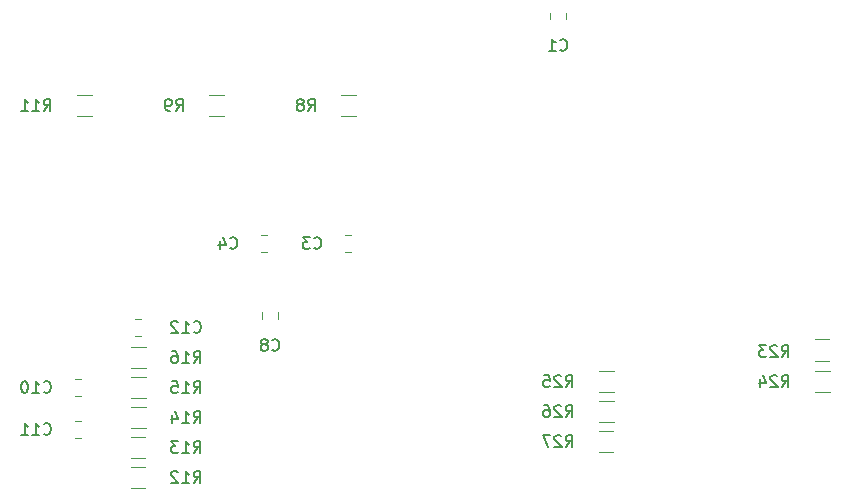
<source format=gbr>
G04 #@! TF.GenerationSoftware,KiCad,Pcbnew,(5.1.0)-1*
G04 #@! TF.CreationDate,2019-04-04T19:18:29+02:00*
G04 #@! TF.ProjectId,YAPSCO,59415053-434f-42e6-9b69-6361645f7063,rev?*
G04 #@! TF.SameCoordinates,PX6a95280PY86ae840*
G04 #@! TF.FileFunction,Legend,Bot*
G04 #@! TF.FilePolarity,Positive*
%FSLAX46Y46*%
G04 Gerber Fmt 4.6, Leading zero omitted, Abs format (unit mm)*
G04 Created by KiCad (PCBNEW (5.1.0)-1) date 2019-04-04 19:18:29*
%MOMM*%
%LPD*%
G04 APERTURE LIST*
%ADD10C,0.120000*%
%ADD11C,0.150000*%
G04 APERTURE END LIST*
D10*
X56082000Y55633252D02*
X56082000Y55110748D01*
X54662000Y55633252D02*
X54662000Y55110748D01*
X37330748Y36778000D02*
X37853252Y36778000D01*
X37330748Y35358000D02*
X37853252Y35358000D01*
X30218748Y36778000D02*
X30741252Y36778000D01*
X30218748Y35358000D02*
X30741252Y35358000D01*
X31698000Y30242252D02*
X31698000Y29719748D01*
X30278000Y30242252D02*
X30278000Y29719748D01*
X14993252Y23166000D02*
X14470748Y23166000D01*
X14993252Y24586000D02*
X14470748Y24586000D01*
X14470748Y21030000D02*
X14993252Y21030000D01*
X14470748Y19610000D02*
X14993252Y19610000D01*
X20082252Y28246000D02*
X19559748Y28246000D01*
X20082252Y29666000D02*
X19559748Y29666000D01*
X38230564Y46842000D02*
X37026436Y46842000D01*
X38230564Y48662000D02*
X37026436Y48662000D01*
X27054564Y46842000D02*
X25850436Y46842000D01*
X27054564Y48662000D02*
X25850436Y48662000D01*
X15878564Y46842000D02*
X14674436Y46842000D01*
X15878564Y48662000D02*
X14674436Y48662000D01*
X20377564Y15346000D02*
X19173436Y15346000D01*
X20377564Y17166000D02*
X19173436Y17166000D01*
X19209936Y19706000D02*
X20414064Y19706000D01*
X19209936Y17886000D02*
X20414064Y17886000D01*
X20450564Y20426000D02*
X19246436Y20426000D01*
X20450564Y22246000D02*
X19246436Y22246000D01*
X20450564Y22966000D02*
X19246436Y22966000D01*
X20450564Y24786000D02*
X19246436Y24786000D01*
X20450564Y25506000D02*
X19246436Y25506000D01*
X20450564Y27326000D02*
X19246436Y27326000D01*
X77121936Y27961000D02*
X78326064Y27961000D01*
X77121936Y26141000D02*
X78326064Y26141000D01*
X78362564Y23474000D02*
X77158436Y23474000D01*
X78362564Y25294000D02*
X77158436Y25294000D01*
X58870436Y25294000D02*
X60074564Y25294000D01*
X58870436Y23474000D02*
X60074564Y23474000D01*
X58870436Y22754000D02*
X60074564Y22754000D01*
X58870436Y20934000D02*
X60074564Y20934000D01*
X58833936Y20214000D02*
X60038064Y20214000D01*
X58833936Y18394000D02*
X60038064Y18394000D01*
D11*
X55538666Y52483858D02*
X55586285Y52436239D01*
X55729142Y52388620D01*
X55824380Y52388620D01*
X55967238Y52436239D01*
X56062476Y52531477D01*
X56110095Y52626715D01*
X56157714Y52817191D01*
X56157714Y52960048D01*
X56110095Y53150524D01*
X56062476Y53245762D01*
X55967238Y53341000D01*
X55824380Y53388620D01*
X55729142Y53388620D01*
X55586285Y53341000D01*
X55538666Y53293381D01*
X54586285Y52388620D02*
X55157714Y52388620D01*
X54872000Y52388620D02*
X54872000Y53388620D01*
X54967238Y53245762D01*
X55062476Y53150524D01*
X55157714Y53102905D01*
X34710666Y35710858D02*
X34758285Y35663239D01*
X34901142Y35615620D01*
X34996380Y35615620D01*
X35139238Y35663239D01*
X35234476Y35758477D01*
X35282095Y35853715D01*
X35329714Y36044191D01*
X35329714Y36187048D01*
X35282095Y36377524D01*
X35234476Y36472762D01*
X35139238Y36568000D01*
X34996380Y36615620D01*
X34901142Y36615620D01*
X34758285Y36568000D01*
X34710666Y36520381D01*
X34377333Y36615620D02*
X33758285Y36615620D01*
X34091619Y36234667D01*
X33948761Y36234667D01*
X33853523Y36187048D01*
X33805904Y36139429D01*
X33758285Y36044191D01*
X33758285Y35806096D01*
X33805904Y35710858D01*
X33853523Y35663239D01*
X33948761Y35615620D01*
X34234476Y35615620D01*
X34329714Y35663239D01*
X34377333Y35710858D01*
X27598666Y35710858D02*
X27646285Y35663239D01*
X27789142Y35615620D01*
X27884380Y35615620D01*
X28027238Y35663239D01*
X28122476Y35758477D01*
X28170095Y35853715D01*
X28217714Y36044191D01*
X28217714Y36187048D01*
X28170095Y36377524D01*
X28122476Y36472762D01*
X28027238Y36568000D01*
X27884380Y36615620D01*
X27789142Y36615620D01*
X27646285Y36568000D01*
X27598666Y36520381D01*
X26741523Y36282286D02*
X26741523Y35615620D01*
X26979619Y36663239D02*
X27217714Y35948953D01*
X26598666Y35948953D01*
X31154666Y27074858D02*
X31202285Y27027239D01*
X31345142Y26979620D01*
X31440380Y26979620D01*
X31583238Y27027239D01*
X31678476Y27122477D01*
X31726095Y27217715D01*
X31773714Y27408191D01*
X31773714Y27551048D01*
X31726095Y27741524D01*
X31678476Y27836762D01*
X31583238Y27932000D01*
X31440380Y27979620D01*
X31345142Y27979620D01*
X31202285Y27932000D01*
X31154666Y27884381D01*
X30583238Y27551048D02*
X30678476Y27598667D01*
X30726095Y27646286D01*
X30773714Y27741524D01*
X30773714Y27789143D01*
X30726095Y27884381D01*
X30678476Y27932000D01*
X30583238Y27979620D01*
X30392761Y27979620D01*
X30297523Y27932000D01*
X30249904Y27884381D01*
X30202285Y27789143D01*
X30202285Y27741524D01*
X30249904Y27646286D01*
X30297523Y27598667D01*
X30392761Y27551048D01*
X30583238Y27551048D01*
X30678476Y27503429D01*
X30726095Y27455810D01*
X30773714Y27360572D01*
X30773714Y27170096D01*
X30726095Y27074858D01*
X30678476Y27027239D01*
X30583238Y26979620D01*
X30392761Y26979620D01*
X30297523Y27027239D01*
X30249904Y27074858D01*
X30202285Y27170096D01*
X30202285Y27360572D01*
X30249904Y27455810D01*
X30297523Y27503429D01*
X30392761Y27551048D01*
X11818857Y23518858D02*
X11866476Y23471239D01*
X12009333Y23423620D01*
X12104571Y23423620D01*
X12247428Y23471239D01*
X12342666Y23566477D01*
X12390285Y23661715D01*
X12437904Y23852191D01*
X12437904Y23995048D01*
X12390285Y24185524D01*
X12342666Y24280762D01*
X12247428Y24376000D01*
X12104571Y24423620D01*
X12009333Y24423620D01*
X11866476Y24376000D01*
X11818857Y24328381D01*
X10866476Y23423620D02*
X11437904Y23423620D01*
X11152190Y23423620D02*
X11152190Y24423620D01*
X11247428Y24280762D01*
X11342666Y24185524D01*
X11437904Y24137905D01*
X10247428Y24423620D02*
X10152190Y24423620D01*
X10056952Y24376000D01*
X10009333Y24328381D01*
X9961714Y24233143D01*
X9914095Y24042667D01*
X9914095Y23804572D01*
X9961714Y23614096D01*
X10009333Y23518858D01*
X10056952Y23471239D01*
X10152190Y23423620D01*
X10247428Y23423620D01*
X10342666Y23471239D01*
X10390285Y23518858D01*
X10437904Y23614096D01*
X10485523Y23804572D01*
X10485523Y24042667D01*
X10437904Y24233143D01*
X10390285Y24328381D01*
X10342666Y24376000D01*
X10247428Y24423620D01*
X11818857Y19962858D02*
X11866476Y19915239D01*
X12009333Y19867620D01*
X12104571Y19867620D01*
X12247428Y19915239D01*
X12342666Y20010477D01*
X12390285Y20105715D01*
X12437904Y20296191D01*
X12437904Y20439048D01*
X12390285Y20629524D01*
X12342666Y20724762D01*
X12247428Y20820000D01*
X12104571Y20867620D01*
X12009333Y20867620D01*
X11866476Y20820000D01*
X11818857Y20772381D01*
X10866476Y19867620D02*
X11437904Y19867620D01*
X11152190Y19867620D02*
X11152190Y20867620D01*
X11247428Y20724762D01*
X11342666Y20629524D01*
X11437904Y20581905D01*
X9914095Y19867620D02*
X10485523Y19867620D01*
X10199809Y19867620D02*
X10199809Y20867620D01*
X10295047Y20724762D01*
X10390285Y20629524D01*
X10485523Y20581905D01*
X24518857Y28598858D02*
X24566476Y28551239D01*
X24709333Y28503620D01*
X24804571Y28503620D01*
X24947428Y28551239D01*
X25042666Y28646477D01*
X25090285Y28741715D01*
X25137904Y28932191D01*
X25137904Y29075048D01*
X25090285Y29265524D01*
X25042666Y29360762D01*
X24947428Y29456000D01*
X24804571Y29503620D01*
X24709333Y29503620D01*
X24566476Y29456000D01*
X24518857Y29408381D01*
X23566476Y28503620D02*
X24137904Y28503620D01*
X23852190Y28503620D02*
X23852190Y29503620D01*
X23947428Y29360762D01*
X24042666Y29265524D01*
X24137904Y29217905D01*
X23185523Y29408381D02*
X23137904Y29456000D01*
X23042666Y29503620D01*
X22804571Y29503620D01*
X22709333Y29456000D01*
X22661714Y29408381D01*
X22614095Y29313143D01*
X22614095Y29217905D01*
X22661714Y29075048D01*
X23233142Y28503620D01*
X22614095Y28503620D01*
X34202666Y47299620D02*
X34536000Y47775810D01*
X34774095Y47299620D02*
X34774095Y48299620D01*
X34393142Y48299620D01*
X34297904Y48252000D01*
X34250285Y48204381D01*
X34202666Y48109143D01*
X34202666Y47966286D01*
X34250285Y47871048D01*
X34297904Y47823429D01*
X34393142Y47775810D01*
X34774095Y47775810D01*
X33631238Y47871048D02*
X33726476Y47918667D01*
X33774095Y47966286D01*
X33821714Y48061524D01*
X33821714Y48109143D01*
X33774095Y48204381D01*
X33726476Y48252000D01*
X33631238Y48299620D01*
X33440761Y48299620D01*
X33345523Y48252000D01*
X33297904Y48204381D01*
X33250285Y48109143D01*
X33250285Y48061524D01*
X33297904Y47966286D01*
X33345523Y47918667D01*
X33440761Y47871048D01*
X33631238Y47871048D01*
X33726476Y47823429D01*
X33774095Y47775810D01*
X33821714Y47680572D01*
X33821714Y47490096D01*
X33774095Y47394858D01*
X33726476Y47347239D01*
X33631238Y47299620D01*
X33440761Y47299620D01*
X33345523Y47347239D01*
X33297904Y47394858D01*
X33250285Y47490096D01*
X33250285Y47680572D01*
X33297904Y47775810D01*
X33345523Y47823429D01*
X33440761Y47871048D01*
X23026666Y47299620D02*
X23360000Y47775810D01*
X23598095Y47299620D02*
X23598095Y48299620D01*
X23217142Y48299620D01*
X23121904Y48252000D01*
X23074285Y48204381D01*
X23026666Y48109143D01*
X23026666Y47966286D01*
X23074285Y47871048D01*
X23121904Y47823429D01*
X23217142Y47775810D01*
X23598095Y47775810D01*
X22550476Y47299620D02*
X22360000Y47299620D01*
X22264761Y47347239D01*
X22217142Y47394858D01*
X22121904Y47537715D01*
X22074285Y47728191D01*
X22074285Y48109143D01*
X22121904Y48204381D01*
X22169523Y48252000D01*
X22264761Y48299620D01*
X22455238Y48299620D01*
X22550476Y48252000D01*
X22598095Y48204381D01*
X22645714Y48109143D01*
X22645714Y47871048D01*
X22598095Y47775810D01*
X22550476Y47728191D01*
X22455238Y47680572D01*
X22264761Y47680572D01*
X22169523Y47728191D01*
X22121904Y47775810D01*
X22074285Y47871048D01*
X11818857Y47299620D02*
X12152190Y47775810D01*
X12390285Y47299620D02*
X12390285Y48299620D01*
X12009333Y48299620D01*
X11914095Y48252000D01*
X11866476Y48204381D01*
X11818857Y48109143D01*
X11818857Y47966286D01*
X11866476Y47871048D01*
X11914095Y47823429D01*
X12009333Y47775810D01*
X12390285Y47775810D01*
X10866476Y47299620D02*
X11437904Y47299620D01*
X11152190Y47299620D02*
X11152190Y48299620D01*
X11247428Y48156762D01*
X11342666Y48061524D01*
X11437904Y48013905D01*
X9914095Y47299620D02*
X10485523Y47299620D01*
X10199809Y47299620D02*
X10199809Y48299620D01*
X10295047Y48156762D01*
X10390285Y48061524D01*
X10485523Y48013905D01*
X24518857Y15803620D02*
X24852190Y16279810D01*
X25090285Y15803620D02*
X25090285Y16803620D01*
X24709333Y16803620D01*
X24614095Y16756000D01*
X24566476Y16708381D01*
X24518857Y16613143D01*
X24518857Y16470286D01*
X24566476Y16375048D01*
X24614095Y16327429D01*
X24709333Y16279810D01*
X25090285Y16279810D01*
X23566476Y15803620D02*
X24137904Y15803620D01*
X23852190Y15803620D02*
X23852190Y16803620D01*
X23947428Y16660762D01*
X24042666Y16565524D01*
X24137904Y16517905D01*
X23185523Y16708381D02*
X23137904Y16756000D01*
X23042666Y16803620D01*
X22804571Y16803620D01*
X22709333Y16756000D01*
X22661714Y16708381D01*
X22614095Y16613143D01*
X22614095Y16517905D01*
X22661714Y16375048D01*
X23233142Y15803620D01*
X22614095Y15803620D01*
X24518857Y18343620D02*
X24852190Y18819810D01*
X25090285Y18343620D02*
X25090285Y19343620D01*
X24709333Y19343620D01*
X24614095Y19296000D01*
X24566476Y19248381D01*
X24518857Y19153143D01*
X24518857Y19010286D01*
X24566476Y18915048D01*
X24614095Y18867429D01*
X24709333Y18819810D01*
X25090285Y18819810D01*
X23566476Y18343620D02*
X24137904Y18343620D01*
X23852190Y18343620D02*
X23852190Y19343620D01*
X23947428Y19200762D01*
X24042666Y19105524D01*
X24137904Y19057905D01*
X23233142Y19343620D02*
X22614095Y19343620D01*
X22947428Y18962667D01*
X22804571Y18962667D01*
X22709333Y18915048D01*
X22661714Y18867429D01*
X22614095Y18772191D01*
X22614095Y18534096D01*
X22661714Y18438858D01*
X22709333Y18391239D01*
X22804571Y18343620D01*
X23090285Y18343620D01*
X23185523Y18391239D01*
X23233142Y18438858D01*
X24518857Y20883620D02*
X24852190Y21359810D01*
X25090285Y20883620D02*
X25090285Y21883620D01*
X24709333Y21883620D01*
X24614095Y21836000D01*
X24566476Y21788381D01*
X24518857Y21693143D01*
X24518857Y21550286D01*
X24566476Y21455048D01*
X24614095Y21407429D01*
X24709333Y21359810D01*
X25090285Y21359810D01*
X23566476Y20883620D02*
X24137904Y20883620D01*
X23852190Y20883620D02*
X23852190Y21883620D01*
X23947428Y21740762D01*
X24042666Y21645524D01*
X24137904Y21597905D01*
X22709333Y21550286D02*
X22709333Y20883620D01*
X22947428Y21931239D02*
X23185523Y21216953D01*
X22566476Y21216953D01*
X24518857Y23423620D02*
X24852190Y23899810D01*
X25090285Y23423620D02*
X25090285Y24423620D01*
X24709333Y24423620D01*
X24614095Y24376000D01*
X24566476Y24328381D01*
X24518857Y24233143D01*
X24518857Y24090286D01*
X24566476Y23995048D01*
X24614095Y23947429D01*
X24709333Y23899810D01*
X25090285Y23899810D01*
X23566476Y23423620D02*
X24137904Y23423620D01*
X23852190Y23423620D02*
X23852190Y24423620D01*
X23947428Y24280762D01*
X24042666Y24185524D01*
X24137904Y24137905D01*
X22661714Y24423620D02*
X23137904Y24423620D01*
X23185523Y23947429D01*
X23137904Y23995048D01*
X23042666Y24042667D01*
X22804571Y24042667D01*
X22709333Y23995048D01*
X22661714Y23947429D01*
X22614095Y23852191D01*
X22614095Y23614096D01*
X22661714Y23518858D01*
X22709333Y23471239D01*
X22804571Y23423620D01*
X23042666Y23423620D01*
X23137904Y23471239D01*
X23185523Y23518858D01*
X24518857Y25963620D02*
X24852190Y26439810D01*
X25090285Y25963620D02*
X25090285Y26963620D01*
X24709333Y26963620D01*
X24614095Y26916000D01*
X24566476Y26868381D01*
X24518857Y26773143D01*
X24518857Y26630286D01*
X24566476Y26535048D01*
X24614095Y26487429D01*
X24709333Y26439810D01*
X25090285Y26439810D01*
X23566476Y25963620D02*
X24137904Y25963620D01*
X23852190Y25963620D02*
X23852190Y26963620D01*
X23947428Y26820762D01*
X24042666Y26725524D01*
X24137904Y26677905D01*
X22709333Y26963620D02*
X22899809Y26963620D01*
X22995047Y26916000D01*
X23042666Y26868381D01*
X23137904Y26725524D01*
X23185523Y26535048D01*
X23185523Y26154096D01*
X23137904Y26058858D01*
X23090285Y26011239D01*
X22995047Y25963620D01*
X22804571Y25963620D01*
X22709333Y26011239D01*
X22661714Y26058858D01*
X22614095Y26154096D01*
X22614095Y26392191D01*
X22661714Y26487429D01*
X22709333Y26535048D01*
X22804571Y26582667D01*
X22995047Y26582667D01*
X23090285Y26535048D01*
X23137904Y26487429D01*
X23185523Y26392191D01*
X74302857Y26471620D02*
X74636190Y26947810D01*
X74874285Y26471620D02*
X74874285Y27471620D01*
X74493333Y27471620D01*
X74398095Y27424000D01*
X74350476Y27376381D01*
X74302857Y27281143D01*
X74302857Y27138286D01*
X74350476Y27043048D01*
X74398095Y26995429D01*
X74493333Y26947810D01*
X74874285Y26947810D01*
X73921904Y27376381D02*
X73874285Y27424000D01*
X73779047Y27471620D01*
X73540952Y27471620D01*
X73445714Y27424000D01*
X73398095Y27376381D01*
X73350476Y27281143D01*
X73350476Y27185905D01*
X73398095Y27043048D01*
X73969523Y26471620D01*
X73350476Y26471620D01*
X73017142Y27471620D02*
X72398095Y27471620D01*
X72731428Y27090667D01*
X72588571Y27090667D01*
X72493333Y27043048D01*
X72445714Y26995429D01*
X72398095Y26900191D01*
X72398095Y26662096D01*
X72445714Y26566858D01*
X72493333Y26519239D01*
X72588571Y26471620D01*
X72874285Y26471620D01*
X72969523Y26519239D01*
X73017142Y26566858D01*
X74302857Y23931620D02*
X74636190Y24407810D01*
X74874285Y23931620D02*
X74874285Y24931620D01*
X74493333Y24931620D01*
X74398095Y24884000D01*
X74350476Y24836381D01*
X74302857Y24741143D01*
X74302857Y24598286D01*
X74350476Y24503048D01*
X74398095Y24455429D01*
X74493333Y24407810D01*
X74874285Y24407810D01*
X73921904Y24836381D02*
X73874285Y24884000D01*
X73779047Y24931620D01*
X73540952Y24931620D01*
X73445714Y24884000D01*
X73398095Y24836381D01*
X73350476Y24741143D01*
X73350476Y24645905D01*
X73398095Y24503048D01*
X73969523Y23931620D01*
X73350476Y23931620D01*
X72493333Y24598286D02*
X72493333Y23931620D01*
X72731428Y24979239D02*
X72969523Y24264953D01*
X72350476Y24264953D01*
X56014857Y23931620D02*
X56348190Y24407810D01*
X56586285Y23931620D02*
X56586285Y24931620D01*
X56205333Y24931620D01*
X56110095Y24884000D01*
X56062476Y24836381D01*
X56014857Y24741143D01*
X56014857Y24598286D01*
X56062476Y24503048D01*
X56110095Y24455429D01*
X56205333Y24407810D01*
X56586285Y24407810D01*
X55633904Y24836381D02*
X55586285Y24884000D01*
X55491047Y24931620D01*
X55252952Y24931620D01*
X55157714Y24884000D01*
X55110095Y24836381D01*
X55062476Y24741143D01*
X55062476Y24645905D01*
X55110095Y24503048D01*
X55681523Y23931620D01*
X55062476Y23931620D01*
X54157714Y24931620D02*
X54633904Y24931620D01*
X54681523Y24455429D01*
X54633904Y24503048D01*
X54538666Y24550667D01*
X54300571Y24550667D01*
X54205333Y24503048D01*
X54157714Y24455429D01*
X54110095Y24360191D01*
X54110095Y24122096D01*
X54157714Y24026858D01*
X54205333Y23979239D01*
X54300571Y23931620D01*
X54538666Y23931620D01*
X54633904Y23979239D01*
X54681523Y24026858D01*
X56014857Y21391620D02*
X56348190Y21867810D01*
X56586285Y21391620D02*
X56586285Y22391620D01*
X56205333Y22391620D01*
X56110095Y22344000D01*
X56062476Y22296381D01*
X56014857Y22201143D01*
X56014857Y22058286D01*
X56062476Y21963048D01*
X56110095Y21915429D01*
X56205333Y21867810D01*
X56586285Y21867810D01*
X55633904Y22296381D02*
X55586285Y22344000D01*
X55491047Y22391620D01*
X55252952Y22391620D01*
X55157714Y22344000D01*
X55110095Y22296381D01*
X55062476Y22201143D01*
X55062476Y22105905D01*
X55110095Y21963048D01*
X55681523Y21391620D01*
X55062476Y21391620D01*
X54205333Y22391620D02*
X54395809Y22391620D01*
X54491047Y22344000D01*
X54538666Y22296381D01*
X54633904Y22153524D01*
X54681523Y21963048D01*
X54681523Y21582096D01*
X54633904Y21486858D01*
X54586285Y21439239D01*
X54491047Y21391620D01*
X54300571Y21391620D01*
X54205333Y21439239D01*
X54157714Y21486858D01*
X54110095Y21582096D01*
X54110095Y21820191D01*
X54157714Y21915429D01*
X54205333Y21963048D01*
X54300571Y22010667D01*
X54491047Y22010667D01*
X54586285Y21963048D01*
X54633904Y21915429D01*
X54681523Y21820191D01*
X56014857Y18851620D02*
X56348190Y19327810D01*
X56586285Y18851620D02*
X56586285Y19851620D01*
X56205333Y19851620D01*
X56110095Y19804000D01*
X56062476Y19756381D01*
X56014857Y19661143D01*
X56014857Y19518286D01*
X56062476Y19423048D01*
X56110095Y19375429D01*
X56205333Y19327810D01*
X56586285Y19327810D01*
X55633904Y19756381D02*
X55586285Y19804000D01*
X55491047Y19851620D01*
X55252952Y19851620D01*
X55157714Y19804000D01*
X55110095Y19756381D01*
X55062476Y19661143D01*
X55062476Y19565905D01*
X55110095Y19423048D01*
X55681523Y18851620D01*
X55062476Y18851620D01*
X54729142Y19851620D02*
X54062476Y19851620D01*
X54491047Y18851620D01*
M02*

</source>
